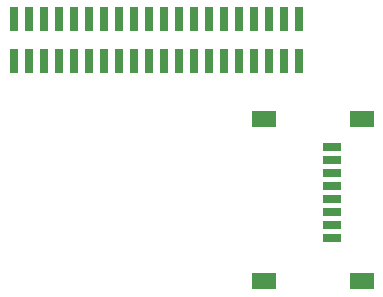
<source format=gbr>
G04 #@! TF.GenerationSoftware,KiCad,Pcbnew,(5.1.6)-1*
G04 #@! TF.CreationDate,2020-10-14T11:51:14+02:00*
G04 #@! TF.ProjectId,DynOSSAT-EDU-OBC,44796e4f-5353-4415-942d-4544552d4f42,rev?*
G04 #@! TF.SameCoordinates,Original*
G04 #@! TF.FileFunction,Paste,Bot*
G04 #@! TF.FilePolarity,Positive*
%FSLAX46Y46*%
G04 Gerber Fmt 4.6, Leading zero omitted, Abs format (unit mm)*
G04 Created by KiCad (PCBNEW (5.1.6)-1) date 2020-10-14 11:51:14*
%MOMM*%
%LPD*%
G01*
G04 APERTURE LIST*
%ADD10R,0.750000X2.100000*%
%ADD11R,2.000000X1.450000*%
%ADD12R,1.500000X0.800000*%
G04 APERTURE END LIST*
D10*
X139471400Y-68275200D03*
X139471400Y-71875200D03*
X138201400Y-68275200D03*
X138201400Y-71875200D03*
X136931400Y-68275200D03*
X136931400Y-71875200D03*
X135661400Y-68275200D03*
X135661400Y-71875200D03*
X134391400Y-68275200D03*
X134391400Y-71875200D03*
X133121400Y-68275200D03*
X133121400Y-71875200D03*
X131851400Y-68275200D03*
X131851400Y-71875200D03*
X130581400Y-68275200D03*
X130581400Y-71875200D03*
X129311400Y-68275200D03*
X129311400Y-71875200D03*
X128041400Y-68275200D03*
X128041400Y-71875200D03*
X126771400Y-68275200D03*
X126771400Y-71875200D03*
X125501400Y-68275200D03*
X125501400Y-71875200D03*
X124231400Y-68275200D03*
X124231400Y-71875200D03*
X122961400Y-68275200D03*
X122961400Y-71875200D03*
X121691400Y-68275200D03*
X121691400Y-71875200D03*
X120421400Y-68275200D03*
X120421400Y-71875200D03*
X119151400Y-68275200D03*
X119151400Y-71875200D03*
X117881400Y-68275200D03*
X117881400Y-71875200D03*
X116611400Y-68275200D03*
X116611400Y-71875200D03*
X115341400Y-68275200D03*
X115341400Y-71875200D03*
D11*
X144866000Y-76741800D03*
X144866000Y-90491800D03*
X136566000Y-90491800D03*
X136566000Y-76741800D03*
D12*
X142266000Y-79116800D03*
X142266000Y-80216800D03*
X142266000Y-81316800D03*
X142266000Y-82416800D03*
X142266000Y-83516800D03*
X142266000Y-84616800D03*
X142266000Y-85716800D03*
X142266000Y-86816800D03*
M02*

</source>
